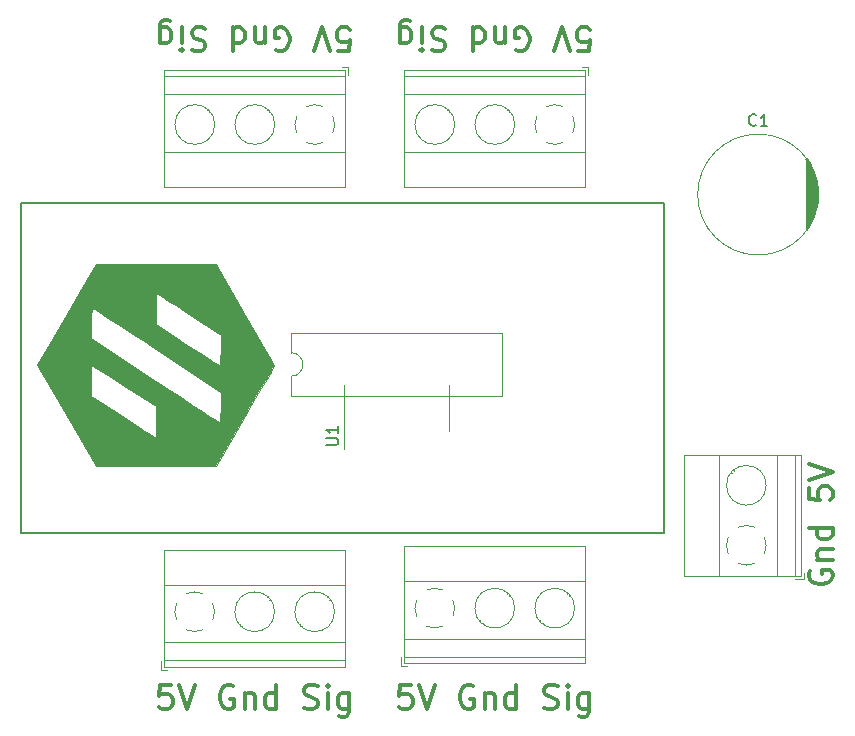
<source format=gbr>
%TF.GenerationSoftware,KiCad,Pcbnew,(6.0.0)*%
%TF.CreationDate,2022-09-21T16:06:08+02:00*%
%TF.ProjectId,ESP32_Wled_hub,45535033-325f-4576-9c65-645f6875622e,rev?*%
%TF.SameCoordinates,Original*%
%TF.FileFunction,Legend,Top*%
%TF.FilePolarity,Positive*%
%FSLAX46Y46*%
G04 Gerber Fmt 4.6, Leading zero omitted, Abs format (unit mm)*
G04 Created by KiCad (PCBNEW (6.0.0)) date 2022-09-21 16:06:08*
%MOMM*%
%LPD*%
G01*
G04 APERTURE LIST*
%ADD10C,0.150000*%
%ADD11C,0.300000*%
%ADD12C,0.010000*%
%ADD13C,0.120000*%
%ADD14C,0.127000*%
G04 APERTURE END LIST*
D10*
X125460000Y-45800000D02*
X125460000Y-45802963D01*
X125460000Y-45802963D02*
X125720000Y-46140000D01*
X125720000Y-46140000D02*
X125950000Y-46570000D01*
X125950000Y-46570000D02*
X126190000Y-47200000D01*
X126190000Y-47200000D02*
X126350000Y-47730000D01*
X126350000Y-47730000D02*
X126450000Y-48470000D01*
X126450000Y-48470000D02*
X126460000Y-48920000D01*
X126460000Y-48920000D02*
X126400000Y-49380000D01*
X126400000Y-49380000D02*
X126350000Y-49790000D01*
X126350000Y-49790000D02*
X126190000Y-50380000D01*
X126190000Y-50380000D02*
X125930000Y-51000000D01*
X125930000Y-51000000D02*
X125460000Y-51830000D01*
X125460000Y-51830000D02*
X125460000Y-45802963D01*
X125460000Y-45802963D02*
X125456279Y-45798140D01*
X125456279Y-45798140D02*
X125450000Y-45790000D01*
X125450000Y-45790000D02*
X125460000Y-45800000D01*
G36*
X125460000Y-45800000D02*
G01*
X125460000Y-45802963D01*
X125720000Y-46140000D01*
X125950000Y-46570000D01*
X126190000Y-47200000D01*
X126350000Y-47730000D01*
X126450000Y-48470000D01*
X126460000Y-48920000D01*
X126400000Y-49380000D01*
X126350000Y-49790000D01*
X126190000Y-50380000D01*
X125930000Y-51000000D01*
X125460000Y-51830000D01*
X125460000Y-45802963D01*
X125456279Y-45798140D01*
X125450000Y-45790000D01*
X125460000Y-45800000D01*
G37*
X125460000Y-45800000D02*
X125460000Y-45802963D01*
X125720000Y-46140000D01*
X125950000Y-46570000D01*
X126190000Y-47200000D01*
X126350000Y-47730000D01*
X126450000Y-48470000D01*
X126460000Y-48920000D01*
X126400000Y-49380000D01*
X126350000Y-49790000D01*
X126190000Y-50380000D01*
X125930000Y-51000000D01*
X125460000Y-51830000D01*
X125460000Y-45802963D01*
X125456279Y-45798140D01*
X125450000Y-45790000D01*
X125460000Y-45800000D01*
D11*
X125760000Y-80657142D02*
X125664761Y-80847619D01*
X125664761Y-81133333D01*
X125760000Y-81419047D01*
X125950476Y-81609523D01*
X126140952Y-81704761D01*
X126521904Y-81800000D01*
X126807619Y-81800000D01*
X127188571Y-81704761D01*
X127379047Y-81609523D01*
X127569523Y-81419047D01*
X127664761Y-81133333D01*
X127664761Y-80942857D01*
X127569523Y-80657142D01*
X127474285Y-80561904D01*
X126807619Y-80561904D01*
X126807619Y-80942857D01*
X126331428Y-79704761D02*
X127664761Y-79704761D01*
X126521904Y-79704761D02*
X126426666Y-79609523D01*
X126331428Y-79419047D01*
X126331428Y-79133333D01*
X126426666Y-78942857D01*
X126617142Y-78847619D01*
X127664761Y-78847619D01*
X127664761Y-77038095D02*
X125664761Y-77038095D01*
X127569523Y-77038095D02*
X127664761Y-77228571D01*
X127664761Y-77609523D01*
X127569523Y-77800000D01*
X127474285Y-77895238D01*
X127283809Y-77990476D01*
X126712380Y-77990476D01*
X126521904Y-77895238D01*
X126426666Y-77800000D01*
X126331428Y-77609523D01*
X126331428Y-77228571D01*
X126426666Y-77038095D01*
X125664761Y-73609523D02*
X125664761Y-74561904D01*
X126617142Y-74657142D01*
X126521904Y-74561904D01*
X126426666Y-74371428D01*
X126426666Y-73895238D01*
X126521904Y-73704761D01*
X126617142Y-73609523D01*
X126807619Y-73514285D01*
X127283809Y-73514285D01*
X127474285Y-73609523D01*
X127569523Y-73704761D01*
X127664761Y-73895238D01*
X127664761Y-74371428D01*
X127569523Y-74561904D01*
X127474285Y-74657142D01*
X125664761Y-72942857D02*
X127664761Y-72276190D01*
X125664761Y-71609523D01*
X92012380Y-90344761D02*
X91060000Y-90344761D01*
X90964761Y-91297142D01*
X91060000Y-91201904D01*
X91250476Y-91106666D01*
X91726666Y-91106666D01*
X91917142Y-91201904D01*
X92012380Y-91297142D01*
X92107619Y-91487619D01*
X92107619Y-91963809D01*
X92012380Y-92154285D01*
X91917142Y-92249523D01*
X91726666Y-92344761D01*
X91250476Y-92344761D01*
X91060000Y-92249523D01*
X90964761Y-92154285D01*
X92679047Y-90344761D02*
X93345714Y-92344761D01*
X94012380Y-90344761D01*
X97250476Y-90440000D02*
X97060000Y-90344761D01*
X96774285Y-90344761D01*
X96488571Y-90440000D01*
X96298095Y-90630476D01*
X96202857Y-90820952D01*
X96107619Y-91201904D01*
X96107619Y-91487619D01*
X96202857Y-91868571D01*
X96298095Y-92059047D01*
X96488571Y-92249523D01*
X96774285Y-92344761D01*
X96964761Y-92344761D01*
X97250476Y-92249523D01*
X97345714Y-92154285D01*
X97345714Y-91487619D01*
X96964761Y-91487619D01*
X98202857Y-91011428D02*
X98202857Y-92344761D01*
X98202857Y-91201904D02*
X98298095Y-91106666D01*
X98488571Y-91011428D01*
X98774285Y-91011428D01*
X98964761Y-91106666D01*
X99060000Y-91297142D01*
X99060000Y-92344761D01*
X100869523Y-92344761D02*
X100869523Y-90344761D01*
X100869523Y-92249523D02*
X100679047Y-92344761D01*
X100298095Y-92344761D01*
X100107619Y-92249523D01*
X100012380Y-92154285D01*
X99917142Y-91963809D01*
X99917142Y-91392380D01*
X100012380Y-91201904D01*
X100107619Y-91106666D01*
X100298095Y-91011428D01*
X100679047Y-91011428D01*
X100869523Y-91106666D01*
X103250476Y-92249523D02*
X103536190Y-92344761D01*
X104012380Y-92344761D01*
X104202857Y-92249523D01*
X104298095Y-92154285D01*
X104393333Y-91963809D01*
X104393333Y-91773333D01*
X104298095Y-91582857D01*
X104202857Y-91487619D01*
X104012380Y-91392380D01*
X103631428Y-91297142D01*
X103440952Y-91201904D01*
X103345714Y-91106666D01*
X103250476Y-90916190D01*
X103250476Y-90725714D01*
X103345714Y-90535238D01*
X103440952Y-90440000D01*
X103631428Y-90344761D01*
X104107619Y-90344761D01*
X104393333Y-90440000D01*
X105250476Y-92344761D02*
X105250476Y-91011428D01*
X105250476Y-90344761D02*
X105155238Y-90440000D01*
X105250476Y-90535238D01*
X105345714Y-90440000D01*
X105250476Y-90344761D01*
X105250476Y-90535238D01*
X107060000Y-91011428D02*
X107060000Y-92630476D01*
X106964761Y-92820952D01*
X106869523Y-92916190D01*
X106679047Y-93011428D01*
X106393333Y-93011428D01*
X106202857Y-92916190D01*
X107060000Y-92249523D02*
X106869523Y-92344761D01*
X106488571Y-92344761D01*
X106298095Y-92249523D01*
X106202857Y-92154285D01*
X106107619Y-91963809D01*
X106107619Y-91392380D01*
X106202857Y-91201904D01*
X106298095Y-91106666D01*
X106488571Y-91011428D01*
X106869523Y-91011428D01*
X107060000Y-91106666D01*
X85787619Y-36655238D02*
X86740000Y-36655238D01*
X86835238Y-35702857D01*
X86740000Y-35798095D01*
X86549523Y-35893333D01*
X86073333Y-35893333D01*
X85882857Y-35798095D01*
X85787619Y-35702857D01*
X85692380Y-35512380D01*
X85692380Y-35036190D01*
X85787619Y-34845714D01*
X85882857Y-34750476D01*
X86073333Y-34655238D01*
X86549523Y-34655238D01*
X86740000Y-34750476D01*
X86835238Y-34845714D01*
X85120952Y-36655238D02*
X84454285Y-34655238D01*
X83787619Y-36655238D01*
X80549523Y-36560000D02*
X80740000Y-36655238D01*
X81025714Y-36655238D01*
X81311428Y-36560000D01*
X81501904Y-36369523D01*
X81597142Y-36179047D01*
X81692380Y-35798095D01*
X81692380Y-35512380D01*
X81597142Y-35131428D01*
X81501904Y-34940952D01*
X81311428Y-34750476D01*
X81025714Y-34655238D01*
X80835238Y-34655238D01*
X80549523Y-34750476D01*
X80454285Y-34845714D01*
X80454285Y-35512380D01*
X80835238Y-35512380D01*
X79597142Y-35988571D02*
X79597142Y-34655238D01*
X79597142Y-35798095D02*
X79501904Y-35893333D01*
X79311428Y-35988571D01*
X79025714Y-35988571D01*
X78835238Y-35893333D01*
X78740000Y-35702857D01*
X78740000Y-34655238D01*
X76930476Y-34655238D02*
X76930476Y-36655238D01*
X76930476Y-34750476D02*
X77120952Y-34655238D01*
X77501904Y-34655238D01*
X77692380Y-34750476D01*
X77787619Y-34845714D01*
X77882857Y-35036190D01*
X77882857Y-35607619D01*
X77787619Y-35798095D01*
X77692380Y-35893333D01*
X77501904Y-35988571D01*
X77120952Y-35988571D01*
X76930476Y-35893333D01*
X74549523Y-34750476D02*
X74263809Y-34655238D01*
X73787619Y-34655238D01*
X73597142Y-34750476D01*
X73501904Y-34845714D01*
X73406666Y-35036190D01*
X73406666Y-35226666D01*
X73501904Y-35417142D01*
X73597142Y-35512380D01*
X73787619Y-35607619D01*
X74168571Y-35702857D01*
X74359047Y-35798095D01*
X74454285Y-35893333D01*
X74549523Y-36083809D01*
X74549523Y-36274285D01*
X74454285Y-36464761D01*
X74359047Y-36560000D01*
X74168571Y-36655238D01*
X73692380Y-36655238D01*
X73406666Y-36560000D01*
X72549523Y-34655238D02*
X72549523Y-35988571D01*
X72549523Y-36655238D02*
X72644761Y-36560000D01*
X72549523Y-36464761D01*
X72454285Y-36560000D01*
X72549523Y-36655238D01*
X72549523Y-36464761D01*
X70740000Y-35988571D02*
X70740000Y-34369523D01*
X70835238Y-34179047D01*
X70930476Y-34083809D01*
X71120952Y-33988571D01*
X71406666Y-33988571D01*
X71597142Y-34083809D01*
X70740000Y-34750476D02*
X70930476Y-34655238D01*
X71311428Y-34655238D01*
X71501904Y-34750476D01*
X71597142Y-34845714D01*
X71692380Y-35036190D01*
X71692380Y-35607619D01*
X71597142Y-35798095D01*
X71501904Y-35893333D01*
X71311428Y-35988571D01*
X70930476Y-35988571D01*
X70740000Y-35893333D01*
X106107619Y-36655238D02*
X107060000Y-36655238D01*
X107155238Y-35702857D01*
X107060000Y-35798095D01*
X106869523Y-35893333D01*
X106393333Y-35893333D01*
X106202857Y-35798095D01*
X106107619Y-35702857D01*
X106012380Y-35512380D01*
X106012380Y-35036190D01*
X106107619Y-34845714D01*
X106202857Y-34750476D01*
X106393333Y-34655238D01*
X106869523Y-34655238D01*
X107060000Y-34750476D01*
X107155238Y-34845714D01*
X105440952Y-36655238D02*
X104774285Y-34655238D01*
X104107619Y-36655238D01*
X100869523Y-36560000D02*
X101060000Y-36655238D01*
X101345714Y-36655238D01*
X101631428Y-36560000D01*
X101821904Y-36369523D01*
X101917142Y-36179047D01*
X102012380Y-35798095D01*
X102012380Y-35512380D01*
X101917142Y-35131428D01*
X101821904Y-34940952D01*
X101631428Y-34750476D01*
X101345714Y-34655238D01*
X101155238Y-34655238D01*
X100869523Y-34750476D01*
X100774285Y-34845714D01*
X100774285Y-35512380D01*
X101155238Y-35512380D01*
X99917142Y-35988571D02*
X99917142Y-34655238D01*
X99917142Y-35798095D02*
X99821904Y-35893333D01*
X99631428Y-35988571D01*
X99345714Y-35988571D01*
X99155238Y-35893333D01*
X99060000Y-35702857D01*
X99060000Y-34655238D01*
X97250476Y-34655238D02*
X97250476Y-36655238D01*
X97250476Y-34750476D02*
X97440952Y-34655238D01*
X97821904Y-34655238D01*
X98012380Y-34750476D01*
X98107619Y-34845714D01*
X98202857Y-35036190D01*
X98202857Y-35607619D01*
X98107619Y-35798095D01*
X98012380Y-35893333D01*
X97821904Y-35988571D01*
X97440952Y-35988571D01*
X97250476Y-35893333D01*
X94869523Y-34750476D02*
X94583809Y-34655238D01*
X94107619Y-34655238D01*
X93917142Y-34750476D01*
X93821904Y-34845714D01*
X93726666Y-35036190D01*
X93726666Y-35226666D01*
X93821904Y-35417142D01*
X93917142Y-35512380D01*
X94107619Y-35607619D01*
X94488571Y-35702857D01*
X94679047Y-35798095D01*
X94774285Y-35893333D01*
X94869523Y-36083809D01*
X94869523Y-36274285D01*
X94774285Y-36464761D01*
X94679047Y-36560000D01*
X94488571Y-36655238D01*
X94012380Y-36655238D01*
X93726666Y-36560000D01*
X92869523Y-34655238D02*
X92869523Y-35988571D01*
X92869523Y-36655238D02*
X92964761Y-36560000D01*
X92869523Y-36464761D01*
X92774285Y-36560000D01*
X92869523Y-36655238D01*
X92869523Y-36464761D01*
X91060000Y-35988571D02*
X91060000Y-34369523D01*
X91155238Y-34179047D01*
X91250476Y-34083809D01*
X91440952Y-33988571D01*
X91726666Y-33988571D01*
X91917142Y-34083809D01*
X91060000Y-34750476D02*
X91250476Y-34655238D01*
X91631428Y-34655238D01*
X91821904Y-34750476D01*
X91917142Y-34845714D01*
X92012380Y-35036190D01*
X92012380Y-35607619D01*
X91917142Y-35798095D01*
X91821904Y-35893333D01*
X91631428Y-35988571D01*
X91250476Y-35988571D01*
X91060000Y-35893333D01*
X71692380Y-90344761D02*
X70740000Y-90344761D01*
X70644761Y-91297142D01*
X70740000Y-91201904D01*
X70930476Y-91106666D01*
X71406666Y-91106666D01*
X71597142Y-91201904D01*
X71692380Y-91297142D01*
X71787619Y-91487619D01*
X71787619Y-91963809D01*
X71692380Y-92154285D01*
X71597142Y-92249523D01*
X71406666Y-92344761D01*
X70930476Y-92344761D01*
X70740000Y-92249523D01*
X70644761Y-92154285D01*
X72359047Y-90344761D02*
X73025714Y-92344761D01*
X73692380Y-90344761D01*
X76930476Y-90440000D02*
X76740000Y-90344761D01*
X76454285Y-90344761D01*
X76168571Y-90440000D01*
X75978095Y-90630476D01*
X75882857Y-90820952D01*
X75787619Y-91201904D01*
X75787619Y-91487619D01*
X75882857Y-91868571D01*
X75978095Y-92059047D01*
X76168571Y-92249523D01*
X76454285Y-92344761D01*
X76644761Y-92344761D01*
X76930476Y-92249523D01*
X77025714Y-92154285D01*
X77025714Y-91487619D01*
X76644761Y-91487619D01*
X77882857Y-91011428D02*
X77882857Y-92344761D01*
X77882857Y-91201904D02*
X77978095Y-91106666D01*
X78168571Y-91011428D01*
X78454285Y-91011428D01*
X78644761Y-91106666D01*
X78740000Y-91297142D01*
X78740000Y-92344761D01*
X80549523Y-92344761D02*
X80549523Y-90344761D01*
X80549523Y-92249523D02*
X80359047Y-92344761D01*
X79978095Y-92344761D01*
X79787619Y-92249523D01*
X79692380Y-92154285D01*
X79597142Y-91963809D01*
X79597142Y-91392380D01*
X79692380Y-91201904D01*
X79787619Y-91106666D01*
X79978095Y-91011428D01*
X80359047Y-91011428D01*
X80549523Y-91106666D01*
X82930476Y-92249523D02*
X83216190Y-92344761D01*
X83692380Y-92344761D01*
X83882857Y-92249523D01*
X83978095Y-92154285D01*
X84073333Y-91963809D01*
X84073333Y-91773333D01*
X83978095Y-91582857D01*
X83882857Y-91487619D01*
X83692380Y-91392380D01*
X83311428Y-91297142D01*
X83120952Y-91201904D01*
X83025714Y-91106666D01*
X82930476Y-90916190D01*
X82930476Y-90725714D01*
X83025714Y-90535238D01*
X83120952Y-90440000D01*
X83311428Y-90344761D01*
X83787619Y-90344761D01*
X84073333Y-90440000D01*
X84930476Y-92344761D02*
X84930476Y-91011428D01*
X84930476Y-90344761D02*
X84835238Y-90440000D01*
X84930476Y-90535238D01*
X85025714Y-90440000D01*
X84930476Y-90344761D01*
X84930476Y-90535238D01*
X86740000Y-91011428D02*
X86740000Y-92630476D01*
X86644761Y-92820952D01*
X86549523Y-92916190D01*
X86359047Y-93011428D01*
X86073333Y-93011428D01*
X85882857Y-92916190D01*
X86740000Y-92249523D02*
X86549523Y-92344761D01*
X86168571Y-92344761D01*
X85978095Y-92249523D01*
X85882857Y-92154285D01*
X85787619Y-91963809D01*
X85787619Y-91392380D01*
X85882857Y-91201904D01*
X85978095Y-91106666D01*
X86168571Y-91011428D01*
X86549523Y-91011428D01*
X86740000Y-91106666D01*
D10*
%TO.C,C1*%
X121193333Y-42907142D02*
X121145714Y-42954761D01*
X121002857Y-43002380D01*
X120907619Y-43002380D01*
X120764761Y-42954761D01*
X120669523Y-42859523D01*
X120621904Y-42764285D01*
X120574285Y-42573809D01*
X120574285Y-42430952D01*
X120621904Y-42240476D01*
X120669523Y-42145238D01*
X120764761Y-42050000D01*
X120907619Y-42002380D01*
X121002857Y-42002380D01*
X121145714Y-42050000D01*
X121193333Y-42097619D01*
X122145714Y-43002380D02*
X121574285Y-43002380D01*
X121860000Y-43002380D02*
X121860000Y-42002380D01*
X121764761Y-42145238D01*
X121669523Y-42240476D01*
X121574285Y-42288095D01*
%TO.C,U1*%
X84812380Y-70011904D02*
X85621904Y-70011904D01*
X85717142Y-69964285D01*
X85764761Y-69916666D01*
X85812380Y-69821428D01*
X85812380Y-69630952D01*
X85764761Y-69535714D01*
X85717142Y-69488095D01*
X85621904Y-69440476D01*
X84812380Y-69440476D01*
X85812380Y-68440476D02*
X85812380Y-69011904D01*
X85812380Y-68726190D02*
X84812380Y-68726190D01*
X84955238Y-68821428D01*
X85050476Y-68916666D01*
X85098095Y-69011904D01*
D12*
%TO.C,G\u002A\u002A\u002A*%
X65267872Y-54704938D02*
X75452129Y-54704938D01*
X75452129Y-54704938D02*
X77923349Y-58992873D01*
X77923349Y-58992873D02*
X78527239Y-60042160D01*
X78527239Y-60042160D02*
X79076876Y-60999962D01*
X79076876Y-60999962D02*
X79553688Y-61833697D01*
X79553688Y-61833697D02*
X79939106Y-62510784D01*
X79939106Y-62510784D02*
X80214560Y-62998643D01*
X80214560Y-62998643D02*
X80361478Y-63264692D01*
X80361478Y-63264692D02*
X80380897Y-63304602D01*
X80380897Y-63304602D02*
X80301873Y-63440797D01*
X80301873Y-63440797D02*
X80084424Y-63815457D01*
X80084424Y-63815457D02*
X79747550Y-64395846D01*
X79747550Y-64395846D02*
X79310252Y-65149230D01*
X79310252Y-65149230D02*
X78791531Y-66042873D01*
X78791531Y-66042873D02*
X78210387Y-67044040D01*
X78210387Y-67044040D02*
X77909884Y-67561728D01*
X77909884Y-67561728D02*
X75714558Y-71343678D01*
X75714558Y-71343678D02*
X75714558Y-68084362D01*
X75714558Y-68084362D02*
X75774824Y-67964685D01*
X75774824Y-67964685D02*
X75820455Y-67600373D01*
X75820455Y-67600373D02*
X75844235Y-67060284D01*
X75844235Y-67060284D02*
X75846049Y-66830041D01*
X75846049Y-66830041D02*
X75844444Y-65523456D01*
X75844444Y-65523456D02*
X75776902Y-65478944D01*
X75776902Y-65478944D02*
X75776902Y-63250000D01*
X75776902Y-63250000D02*
X75809271Y-63105401D01*
X75809271Y-63105401D02*
X75833766Y-62720319D01*
X75833766Y-62720319D02*
X75846411Y-62167828D01*
X75846411Y-62167828D02*
X75847304Y-61956481D01*
X75847304Y-61956481D02*
X75846953Y-60662963D01*
X75846953Y-60662963D02*
X73551492Y-59173456D01*
X73551492Y-59173456D02*
X72766414Y-58664079D01*
X72766414Y-58664079D02*
X72042612Y-58194556D01*
X72042612Y-58194556D02*
X71433923Y-57799804D01*
X71433923Y-57799804D02*
X70994187Y-57514741D01*
X70994187Y-57514741D02*
X70808015Y-57394170D01*
X70808015Y-57394170D02*
X70360000Y-57104391D01*
X70360000Y-57104391D02*
X70360000Y-59765142D01*
X70360000Y-59765142D02*
X73033075Y-61507571D01*
X73033075Y-61507571D02*
X73843751Y-62033843D01*
X73843751Y-62033843D02*
X74562529Y-62496337D01*
X74562529Y-62496337D02*
X75149146Y-62869485D01*
X75149146Y-62869485D02*
X75563342Y-63127721D01*
X75563342Y-63127721D02*
X75764855Y-63245475D01*
X75764855Y-63245475D02*
X75776902Y-63250000D01*
X75776902Y-63250000D02*
X75776902Y-65478944D01*
X75776902Y-65478944D02*
X70491492Y-61995679D01*
X70491492Y-61995679D02*
X69330473Y-61231368D01*
X69330473Y-61231368D02*
X68249677Y-60521488D01*
X68249677Y-60521488D02*
X67277403Y-59884503D01*
X67277403Y-59884503D02*
X66441948Y-59338881D01*
X66441948Y-59338881D02*
X65771610Y-58903088D01*
X65771610Y-58903088D02*
X65294685Y-58595589D01*
X65294685Y-58595589D02*
X65039471Y-58434850D01*
X65039471Y-58434850D02*
X65005443Y-58415637D01*
X65005443Y-58415637D02*
X64945177Y-58535314D01*
X64945177Y-58535314D02*
X64899545Y-58899626D01*
X64899545Y-58899626D02*
X64875766Y-59439715D01*
X64875766Y-59439715D02*
X64873951Y-59669958D01*
X64873951Y-59669958D02*
X64875557Y-60976543D01*
X64875557Y-60976543D02*
X70228509Y-64504321D01*
X70228509Y-64504321D02*
X71389528Y-65268631D01*
X71389528Y-65268631D02*
X72470324Y-65978512D01*
X72470324Y-65978512D02*
X73442597Y-66615496D01*
X73442597Y-66615496D02*
X74278052Y-67161118D01*
X74278052Y-67161118D02*
X74948391Y-67596911D01*
X74948391Y-67596911D02*
X75425316Y-67904411D01*
X75425316Y-67904411D02*
X75680530Y-68065149D01*
X75680530Y-68065149D02*
X75714558Y-68084362D01*
X75714558Y-68084362D02*
X75714558Y-71343678D01*
X75714558Y-71343678D02*
X75452542Y-71795061D01*
X75452542Y-71795061D02*
X70360000Y-71795061D01*
X70360000Y-71795061D02*
X70360000Y-69395608D01*
X70360000Y-69395608D02*
X70360000Y-66734857D01*
X70360000Y-66734857D02*
X67686926Y-64992428D01*
X67686926Y-64992428D02*
X66876250Y-64466156D01*
X66876250Y-64466156D02*
X66157472Y-64003662D01*
X66157472Y-64003662D02*
X65570855Y-63630514D01*
X65570855Y-63630514D02*
X65156659Y-63372279D01*
X65156659Y-63372279D02*
X64955146Y-63254524D01*
X64955146Y-63254524D02*
X64943099Y-63250000D01*
X64943099Y-63250000D02*
X64910730Y-63394599D01*
X64910730Y-63394599D02*
X64886235Y-63779680D01*
X64886235Y-63779680D02*
X64873590Y-64332171D01*
X64873590Y-64332171D02*
X64872697Y-64543518D01*
X64872697Y-64543518D02*
X64873048Y-65837037D01*
X64873048Y-65837037D02*
X67168509Y-67326543D01*
X67168509Y-67326543D02*
X67953587Y-67835920D01*
X67953587Y-67835920D02*
X68677389Y-68305443D01*
X68677389Y-68305443D02*
X69286077Y-68700195D01*
X69286077Y-68700195D02*
X69725814Y-68985258D01*
X69725814Y-68985258D02*
X69911985Y-69105829D01*
X69911985Y-69105829D02*
X70360000Y-69395608D01*
X70360000Y-69395608D02*
X70360000Y-71795061D01*
X70360000Y-71795061D02*
X65267872Y-71795061D01*
X65267872Y-71795061D02*
X62805530Y-67522530D01*
X62805530Y-67522530D02*
X60343188Y-63250000D01*
X60343188Y-63250000D02*
X65267872Y-54704938D01*
X65267872Y-54704938D02*
X65267872Y-54704938D01*
G36*
X62805530Y-67522530D02*
G01*
X61088668Y-64543518D01*
X64872697Y-64543518D01*
X64873048Y-65837037D01*
X67168509Y-67326543D01*
X67953587Y-67835920D01*
X68677389Y-68305443D01*
X69286077Y-68700195D01*
X69725814Y-68985258D01*
X69911985Y-69105829D01*
X70360000Y-69395608D01*
X70360000Y-66734857D01*
X67686926Y-64992428D01*
X66876250Y-64466156D01*
X66157472Y-64003662D01*
X65570855Y-63630514D01*
X65156659Y-63372279D01*
X64955146Y-63254524D01*
X64943099Y-63250000D01*
X64910730Y-63394599D01*
X64886235Y-63779680D01*
X64873590Y-64332171D01*
X64872697Y-64543518D01*
X61088668Y-64543518D01*
X60343188Y-63250000D01*
X62406435Y-59669958D01*
X64873951Y-59669958D01*
X64875557Y-60976543D01*
X70228509Y-64504321D01*
X71389528Y-65268631D01*
X72470324Y-65978512D01*
X73442597Y-66615496D01*
X74278052Y-67161118D01*
X74948391Y-67596911D01*
X75425316Y-67904411D01*
X75680530Y-68065149D01*
X75714558Y-68084362D01*
X75774824Y-67964685D01*
X75820455Y-67600373D01*
X75844235Y-67060284D01*
X75846049Y-66830041D01*
X75844444Y-65523456D01*
X75776902Y-65478944D01*
X70491492Y-61995679D01*
X69330473Y-61231368D01*
X68249677Y-60521488D01*
X67277403Y-59884503D01*
X66441948Y-59338881D01*
X65771610Y-58903088D01*
X65294685Y-58595589D01*
X65039471Y-58434850D01*
X65005443Y-58415637D01*
X64945177Y-58535314D01*
X64899545Y-58899626D01*
X64875766Y-59439715D01*
X64873951Y-59669958D01*
X62406435Y-59669958D01*
X63885021Y-57104391D01*
X70360000Y-57104391D01*
X70360000Y-59765142D01*
X73033075Y-61507571D01*
X73843751Y-62033843D01*
X74562529Y-62496337D01*
X75149146Y-62869485D01*
X75563342Y-63127721D01*
X75764855Y-63245475D01*
X75776902Y-63250000D01*
X75809271Y-63105401D01*
X75833766Y-62720319D01*
X75846411Y-62167828D01*
X75847304Y-61956481D01*
X75846953Y-60662963D01*
X73551492Y-59173456D01*
X72766414Y-58664079D01*
X72042612Y-58194556D01*
X71433923Y-57799804D01*
X70994187Y-57514741D01*
X70808015Y-57394170D01*
X70360000Y-57104391D01*
X63885021Y-57104391D01*
X65267872Y-54704938D01*
X75452129Y-54704938D01*
X77923349Y-58992873D01*
X78527239Y-60042160D01*
X79076876Y-60999962D01*
X79553688Y-61833697D01*
X79939106Y-62510784D01*
X80214560Y-62998643D01*
X80361478Y-63264692D01*
X80380897Y-63304602D01*
X80301873Y-63440797D01*
X80084424Y-63815457D01*
X79747550Y-64395846D01*
X79310252Y-65149230D01*
X78791531Y-66042873D01*
X78210387Y-67044040D01*
X77909884Y-67561728D01*
X75714558Y-71343678D01*
X75452542Y-71795061D01*
X65267872Y-71795061D01*
X62805530Y-67522530D01*
G37*
X62805530Y-67522530D02*
X61088668Y-64543518D01*
X64872697Y-64543518D01*
X64873048Y-65837037D01*
X67168509Y-67326543D01*
X67953587Y-67835920D01*
X68677389Y-68305443D01*
X69286077Y-68700195D01*
X69725814Y-68985258D01*
X69911985Y-69105829D01*
X70360000Y-69395608D01*
X70360000Y-66734857D01*
X67686926Y-64992428D01*
X66876250Y-64466156D01*
X66157472Y-64003662D01*
X65570855Y-63630514D01*
X65156659Y-63372279D01*
X64955146Y-63254524D01*
X64943099Y-63250000D01*
X64910730Y-63394599D01*
X64886235Y-63779680D01*
X64873590Y-64332171D01*
X64872697Y-64543518D01*
X61088668Y-64543518D01*
X60343188Y-63250000D01*
X62406435Y-59669958D01*
X64873951Y-59669958D01*
X64875557Y-60976543D01*
X70228509Y-64504321D01*
X71389528Y-65268631D01*
X72470324Y-65978512D01*
X73442597Y-66615496D01*
X74278052Y-67161118D01*
X74948391Y-67596911D01*
X75425316Y-67904411D01*
X75680530Y-68065149D01*
X75714558Y-68084362D01*
X75774824Y-67964685D01*
X75820455Y-67600373D01*
X75844235Y-67060284D01*
X75846049Y-66830041D01*
X75844444Y-65523456D01*
X75776902Y-65478944D01*
X70491492Y-61995679D01*
X69330473Y-61231368D01*
X68249677Y-60521488D01*
X67277403Y-59884503D01*
X66441948Y-59338881D01*
X65771610Y-58903088D01*
X65294685Y-58595589D01*
X65039471Y-58434850D01*
X65005443Y-58415637D01*
X64945177Y-58535314D01*
X64899545Y-58899626D01*
X64875766Y-59439715D01*
X64873951Y-59669958D01*
X62406435Y-59669958D01*
X63885021Y-57104391D01*
X70360000Y-57104391D01*
X70360000Y-59765142D01*
X73033075Y-61507571D01*
X73843751Y-62033843D01*
X74562529Y-62496337D01*
X75149146Y-62869485D01*
X75563342Y-63127721D01*
X75764855Y-63245475D01*
X75776902Y-63250000D01*
X75809271Y-63105401D01*
X75833766Y-62720319D01*
X75846411Y-62167828D01*
X75847304Y-61956481D01*
X75846953Y-60662963D01*
X73551492Y-59173456D01*
X72766414Y-58664079D01*
X72042612Y-58194556D01*
X71433923Y-57799804D01*
X70994187Y-57514741D01*
X70808015Y-57394170D01*
X70360000Y-57104391D01*
X63885021Y-57104391D01*
X65267872Y-54704938D01*
X75452129Y-54704938D01*
X77923349Y-58992873D01*
X78527239Y-60042160D01*
X79076876Y-60999962D01*
X79553688Y-61833697D01*
X79939106Y-62510784D01*
X80214560Y-62998643D01*
X80361478Y-63264692D01*
X80380897Y-63304602D01*
X80301873Y-63440797D01*
X80084424Y-63815457D01*
X79747550Y-64395846D01*
X79310252Y-65149230D01*
X78791531Y-66042873D01*
X78210387Y-67044040D01*
X77909884Y-67561728D01*
X75714558Y-71343678D01*
X75452542Y-71795061D01*
X65267872Y-71795061D01*
X62805530Y-67522530D01*
D13*
%TO.C,J5*%
X106985000Y-38715000D02*
X106985000Y-37975000D01*
X106745000Y-45176000D02*
X91385000Y-45176000D01*
X106745000Y-38215000D02*
X91385000Y-38215000D01*
X92710000Y-43944000D02*
X92757000Y-43898000D01*
X100099000Y-41636000D02*
X100134000Y-41601000D01*
X106745000Y-48136000D02*
X91385000Y-48136000D01*
X97995000Y-44150000D02*
X98030000Y-44114000D01*
X92915000Y-44150000D02*
X92950000Y-44114000D01*
X106985000Y-37975000D02*
X106485000Y-37975000D01*
X106745000Y-38775000D02*
X91385000Y-38775000D01*
X95019000Y-41636000D02*
X95054000Y-41601000D01*
X100292000Y-41852000D02*
X100339000Y-41806000D01*
X91385000Y-48136000D02*
X91385000Y-38215000D01*
X106745000Y-40275000D02*
X91385000Y-40275000D01*
X95212000Y-41852000D02*
X95259000Y-41806000D01*
X106745000Y-48136000D02*
X106745000Y-38215000D01*
X97790000Y-43944000D02*
X97837000Y-43898000D01*
X102610000Y-42191000D02*
G75*
G03*
X102609573Y-43558042I1534993J-684001D01*
G01*
X104829000Y-41340000D02*
G75*
G03*
X104116195Y-41194747I-683999J-1535001D01*
G01*
X104145000Y-41195000D02*
G75*
G03*
X103461682Y-41340244I-1J-1679992D01*
G01*
X105680000Y-43559000D02*
G75*
G03*
X105680427Y-42191958I-1534993J684001D01*
G01*
X103461000Y-44410000D02*
G75*
G03*
X104828042Y-44410427I684001J1534993D01*
G01*
X100745000Y-42875000D02*
G75*
G03*
X100745000Y-42875000I-1680000J0D01*
G01*
X95665000Y-42875000D02*
G75*
G03*
X95665000Y-42875000I-1680000J0D01*
G01*
D14*
%TO.C,U2*%
X113360000Y-49550000D02*
X113360000Y-77450000D01*
X58960000Y-49550000D02*
X113360000Y-49550000D01*
X113360000Y-77450000D02*
X58960000Y-77450000D01*
X58960000Y-77450000D02*
X58960000Y-49550000D01*
D13*
%TO.C,J6*%
X105415000Y-82751000D02*
X105368000Y-82797000D01*
X91380000Y-86420000D02*
X106740000Y-86420000D01*
X98026000Y-85059000D02*
X97991000Y-85094000D01*
X91380000Y-78559000D02*
X106740000Y-78559000D01*
X97833000Y-84843000D02*
X97786000Y-84889000D01*
X91140000Y-87980000D02*
X91140000Y-88720000D01*
X91140000Y-88720000D02*
X91640000Y-88720000D01*
X100335000Y-82751000D02*
X100288000Y-82797000D01*
X91380000Y-87920000D02*
X106740000Y-87920000D01*
X102913000Y-84843000D02*
X102866000Y-84889000D01*
X91380000Y-81519000D02*
X106740000Y-81519000D01*
X103106000Y-85059000D02*
X103071000Y-85094000D01*
X91380000Y-78559000D02*
X91380000Y-88480000D01*
X105210000Y-82545000D02*
X105175000Y-82581000D01*
X91380000Y-88480000D02*
X106740000Y-88480000D01*
X106740000Y-78559000D02*
X106740000Y-88480000D01*
X100130000Y-82545000D02*
X100095000Y-82581000D01*
X93296000Y-85355000D02*
G75*
G03*
X94008805Y-85500253I683999J1535001D01*
G01*
X92445000Y-83136000D02*
G75*
G03*
X92444573Y-84503042I1534993J-684001D01*
G01*
X94664000Y-82285000D02*
G75*
G03*
X93296958Y-82284573I-684001J-1534993D01*
G01*
X95515000Y-84504000D02*
G75*
G03*
X95515427Y-83136958I-1534993J684001D01*
G01*
X93980000Y-85500000D02*
G75*
G03*
X94663318Y-85354756I1J1679992D01*
G01*
X100740000Y-83820000D02*
G75*
G03*
X100740000Y-83820000I-1680000J0D01*
G01*
X105820000Y-83820000D02*
G75*
G03*
X105820000Y-83820000I-1680000J0D01*
G01*
%TO.C,J4*%
X80010000Y-83056000D02*
X79963000Y-83102000D01*
X71055000Y-86725000D02*
X86415000Y-86725000D01*
X85090000Y-83056000D02*
X85043000Y-83102000D01*
X77701000Y-85364000D02*
X77666000Y-85399000D01*
X79805000Y-82850000D02*
X79770000Y-82886000D01*
X71055000Y-78864000D02*
X86415000Y-78864000D01*
X82588000Y-85148000D02*
X82541000Y-85194000D01*
X71055000Y-88785000D02*
X86415000Y-88785000D01*
X70815000Y-88285000D02*
X70815000Y-89025000D01*
X84885000Y-82850000D02*
X84850000Y-82886000D01*
X70815000Y-89025000D02*
X71315000Y-89025000D01*
X77508000Y-85148000D02*
X77461000Y-85194000D01*
X86415000Y-78864000D02*
X86415000Y-88785000D01*
X82781000Y-85364000D02*
X82746000Y-85399000D01*
X71055000Y-78864000D02*
X71055000Y-88785000D01*
X71055000Y-88225000D02*
X86415000Y-88225000D01*
X71055000Y-81824000D02*
X86415000Y-81824000D01*
X72120000Y-83441000D02*
G75*
G03*
X72119573Y-84808042I1534993J-684001D01*
G01*
X72971000Y-85660000D02*
G75*
G03*
X73683805Y-85805253I683999J1535001D01*
G01*
X74339000Y-82590000D02*
G75*
G03*
X72971958Y-82589573I-684001J-1534993D01*
G01*
X75190000Y-84809000D02*
G75*
G03*
X75190427Y-83441958I-1534993J684001D01*
G01*
X73655000Y-85805000D02*
G75*
G03*
X74338318Y-85659756I1J1679992D01*
G01*
X85495000Y-84125000D02*
G75*
G03*
X85495000Y-84125000I-1680000J0D01*
G01*
X80415000Y-84125000D02*
G75*
G03*
X80415000Y-84125000I-1680000J0D01*
G01*
%TO.C,C1*%
X126480000Y-48800000D02*
G75*
G03*
X126480000Y-48800000I-5120000J0D01*
G01*
%TO.C,J1*%
X115099000Y-81100000D02*
X115099000Y-70820000D01*
X124460000Y-81100000D02*
X124460000Y-70820000D01*
X124520000Y-81340000D02*
X125260000Y-81340000D01*
X119085000Y-72350000D02*
X119121000Y-72385000D01*
X115099000Y-81100000D02*
X125020000Y-81100000D01*
X121599000Y-74454000D02*
X121634000Y-74489000D01*
X121383000Y-74647000D02*
X121429000Y-74694000D01*
X125260000Y-81340000D02*
X125260000Y-80840000D01*
X115099000Y-70820000D02*
X125020000Y-70820000D01*
X118059000Y-81100000D02*
X118059000Y-70820000D01*
X119291000Y-72145000D02*
X119337000Y-72192000D01*
X125020000Y-81100000D02*
X125020000Y-70820000D01*
X122960000Y-81100000D02*
X122960000Y-70820000D01*
X122040000Y-78500000D02*
G75*
G03*
X121894756Y-77816682I-1679992J1D01*
G01*
X121895000Y-79184000D02*
G75*
G03*
X122040253Y-78471195I-1535001J683999D01*
G01*
X118825000Y-77816000D02*
G75*
G03*
X118824573Y-79183042I1534993J-684001D01*
G01*
X121044000Y-76965000D02*
G75*
G03*
X119676958Y-76964573I-684001J-1534993D01*
G01*
X119676000Y-80035000D02*
G75*
G03*
X121043042Y-80035427I684001J1534993D01*
G01*
X122040000Y-73420000D02*
G75*
G03*
X122040000Y-73420000I-1680000J0D01*
G01*
%TO.C,U1*%
X86325000Y-66900000D02*
X86325000Y-64950000D01*
X81805000Y-64190000D02*
X81805000Y-65840000D01*
X95195000Y-66900000D02*
X95195000Y-68850000D01*
X86325000Y-66900000D02*
X86325000Y-70350000D01*
X99705000Y-60540000D02*
X81805000Y-60540000D01*
X81805000Y-60540000D02*
X81805000Y-62190000D01*
X99705000Y-65840000D02*
X99705000Y-60540000D01*
X81805000Y-65840000D02*
X99705000Y-65840000D01*
X95195000Y-66900000D02*
X95195000Y-64950000D01*
X81805000Y-64190000D02*
G75*
G03*
X81805000Y-62190000I0J1000000D01*
G01*
%TO.C,J7*%
X86425000Y-38775000D02*
X71065000Y-38775000D01*
X72595000Y-44150000D02*
X72630000Y-44114000D01*
X79972000Y-41852000D02*
X80019000Y-41806000D01*
X86665000Y-37975000D02*
X86165000Y-37975000D01*
X86425000Y-38215000D02*
X71065000Y-38215000D01*
X72390000Y-43944000D02*
X72437000Y-43898000D01*
X86425000Y-48136000D02*
X86425000Y-38215000D01*
X74699000Y-41636000D02*
X74734000Y-41601000D01*
X86425000Y-45176000D02*
X71065000Y-45176000D01*
X77470000Y-43944000D02*
X77517000Y-43898000D01*
X71065000Y-48136000D02*
X71065000Y-38215000D01*
X86665000Y-38715000D02*
X86665000Y-37975000D01*
X77675000Y-44150000D02*
X77710000Y-44114000D01*
X79779000Y-41636000D02*
X79814000Y-41601000D01*
X86425000Y-40275000D02*
X71065000Y-40275000D01*
X86425000Y-48136000D02*
X71065000Y-48136000D01*
X74892000Y-41852000D02*
X74939000Y-41806000D01*
X82290000Y-42191000D02*
G75*
G03*
X82289573Y-43558042I1534993J-684001D01*
G01*
X83825000Y-41195000D02*
G75*
G03*
X83141682Y-41340244I-1J-1679992D01*
G01*
X85360000Y-43559000D02*
G75*
G03*
X85360427Y-42191958I-1534993J684001D01*
G01*
X84509000Y-41340000D02*
G75*
G03*
X83796195Y-41194747I-683999J-1535001D01*
G01*
X83141000Y-44410000D02*
G75*
G03*
X84508042Y-44410427I684001J1534993D01*
G01*
X75345000Y-42875000D02*
G75*
G03*
X75345000Y-42875000I-1680000J0D01*
G01*
X80425000Y-42875000D02*
G75*
G03*
X80425000Y-42875000I-1680000J0D01*
G01*
%TD*%
M02*

</source>
